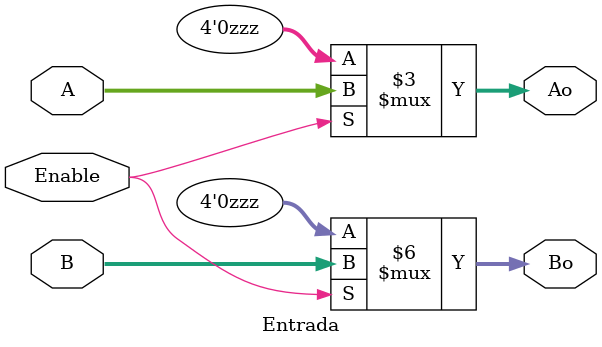
<source format=v>
module Entrada (input [3:0]A,B, input Enable, output [3:0]Ao,Bo);

	assign Ao = (Enable == 1'b1) ? A : 3'bZZZ;
	assign Bo = (Enable == 1'b1) ? B : 3'bZZZ;

endmodule 
</source>
